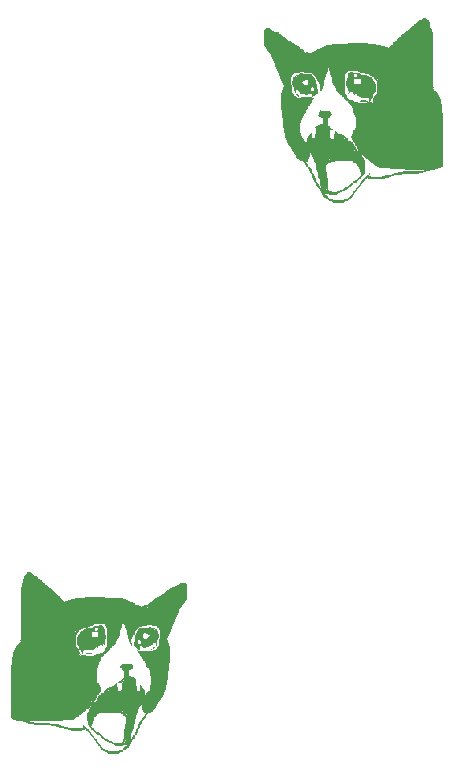
<source format=gbo>
G04*
G04 #@! TF.GenerationSoftware,Altium Limited,Altium Designer,20.1.11 (218)*
G04*
G04 Layer_Color=32896*
%FSAX24Y24*%
%MOIN*%
G70*
G04*
G04 #@! TF.SameCoordinates,00CC2090-7CFA-4186-AAFC-0D957EDE3CA2*
G04*
G04*
G04 #@! TF.FilePolarity,Positive*
G04*
G01*
G75*
G36*
X015273Y006358D02*
X015325D01*
Y006332D01*
X015351D01*
Y006305D01*
X015404D01*
Y006279D01*
X015430D01*
Y006253D01*
X015483D01*
Y006227D01*
X015509D01*
Y006200D01*
X015535D01*
Y006174D01*
X015561D01*
Y006148D01*
X015588D01*
Y006121D01*
X015640D01*
Y006095D01*
X015667D01*
Y006069D01*
X015693D01*
Y006043D01*
X015719D01*
Y006016D01*
X015745D01*
Y005990D01*
X015772D01*
Y005964D01*
X015824D01*
Y005938D01*
X015850D01*
Y005911D01*
X015877D01*
Y005885D01*
X015903D01*
Y005859D01*
X015955D01*
Y005833D01*
X015982D01*
Y005806D01*
X016008D01*
Y005780D01*
X016034D01*
Y005754D01*
X016060D01*
Y005727D01*
X016087D01*
Y005701D01*
X016113D01*
Y005675D01*
X016139D01*
Y005649D01*
X016166D01*
Y005622D01*
X016192D01*
Y005596D01*
X016244D01*
Y005570D01*
X016271D01*
Y005544D01*
Y005517D01*
X016297D01*
Y005491D01*
X016323D01*
Y005465D01*
X016349D01*
Y005439D01*
X016376D01*
Y005412D01*
X016428D01*
Y005439D01*
X016507D01*
Y005465D01*
X016638D01*
Y005491D01*
X016743D01*
Y005517D01*
X016822D01*
Y005544D01*
X017085D01*
Y005570D01*
X017741D01*
Y005544D01*
X018240D01*
Y005517D01*
X018346D01*
Y005491D01*
X018451D01*
Y005465D01*
X018529D01*
Y005439D01*
X018582D01*
Y005412D01*
X018661D01*
Y005386D01*
X018687D01*
Y005360D01*
X018740D01*
Y005333D01*
X018766D01*
Y005307D01*
X018845D01*
Y005281D01*
X018897D01*
Y005255D01*
X018950D01*
Y005228D01*
X018976D01*
Y005255D01*
X019055D01*
Y005281D01*
X019107D01*
Y005255D01*
X019133D01*
Y005281D01*
X019160D01*
Y005307D01*
X019186D01*
Y005333D01*
X019212D01*
Y005360D01*
X019239D01*
Y005386D01*
X019291D01*
Y005412D01*
X019317D01*
Y005439D01*
X019344D01*
Y005465D01*
X019396D01*
Y005491D01*
X019422D01*
Y005517D01*
X019475D01*
Y005544D01*
X019501D01*
Y005570D01*
X019554D01*
Y005596D01*
X019606D01*
Y005622D01*
X019659D01*
Y005649D01*
X019685D01*
Y005675D01*
X019711D01*
Y005701D01*
X019764D01*
Y005727D01*
X019790D01*
Y005754D01*
X019816D01*
Y005780D01*
X019843D01*
Y005806D01*
X019895D01*
Y005833D01*
X019921D01*
Y005859D01*
X019974D01*
Y005885D01*
X020000D01*
Y005911D01*
X020079D01*
Y005938D01*
X020158D01*
Y005964D01*
X020210D01*
Y005990D01*
X020263D01*
Y006016D01*
X020289D01*
Y006043D01*
X020368D01*
Y006016D01*
X020394D01*
Y006043D01*
X020420D01*
Y006016D01*
X020447D01*
Y005990D01*
X020473D01*
Y005964D01*
Y005938D01*
Y005911D01*
Y005885D01*
Y005859D01*
Y005833D01*
Y005806D01*
Y005780D01*
Y005754D01*
Y005727D01*
Y005701D01*
Y005675D01*
Y005649D01*
Y005622D01*
Y005596D01*
Y005570D01*
Y005544D01*
Y005517D01*
Y005491D01*
Y005465D01*
X020447D01*
Y005439D01*
X020420D01*
Y005412D01*
Y005386D01*
Y005360D01*
X020394D01*
Y005333D01*
X020368D01*
Y005307D01*
X020342D01*
Y005281D01*
X020315D01*
Y005255D01*
Y005228D01*
X020289D01*
Y005202D01*
X020263D01*
Y005176D01*
Y005150D01*
X020237D01*
Y005123D01*
Y005097D01*
X020210D01*
Y005071D01*
Y005045D01*
X020184D01*
Y005018D01*
Y004992D01*
Y004966D01*
X020158D01*
Y004940D01*
Y004913D01*
X020132D01*
Y004887D01*
Y004861D01*
Y004834D01*
X020105D01*
Y004808D01*
Y004782D01*
X020079D01*
Y004756D01*
Y004729D01*
X020053D01*
Y004703D01*
Y004677D01*
Y004651D01*
X020027D01*
Y004624D01*
Y004598D01*
X020000D01*
Y004572D01*
Y004546D01*
X019974D01*
Y004519D01*
Y004493D01*
X019948D01*
Y004467D01*
Y004440D01*
Y004414D01*
Y004388D01*
X019921D01*
Y004362D01*
Y004335D01*
X019895D01*
Y004309D01*
Y004283D01*
Y004257D01*
X019869D01*
Y004230D01*
X019843D01*
Y004204D01*
X019816D01*
Y004178D01*
Y004152D01*
Y004125D01*
X019843D01*
Y004099D01*
Y004073D01*
X019869D01*
Y004047D01*
Y004020D01*
X019895D01*
Y003994D01*
Y003968D01*
Y003941D01*
X019921D01*
Y003915D01*
Y003889D01*
Y003863D01*
Y003836D01*
Y003810D01*
Y003784D01*
Y003758D01*
Y003731D01*
Y003705D01*
Y003679D01*
Y003653D01*
Y003626D01*
Y003600D01*
Y003574D01*
Y003547D01*
Y003521D01*
Y003495D01*
Y003469D01*
Y003442D01*
Y003416D01*
Y003390D01*
Y003364D01*
X019895D01*
Y003337D01*
Y003311D01*
Y003285D01*
Y003259D01*
Y003232D01*
Y003206D01*
Y003180D01*
Y003153D01*
Y003127D01*
Y003101D01*
X019869D01*
Y003075D01*
Y003048D01*
Y003022D01*
Y002996D01*
X019843D01*
Y002970D01*
Y002943D01*
Y002917D01*
Y002891D01*
Y002865D01*
Y002838D01*
Y002812D01*
Y002786D01*
X019816D01*
Y002760D01*
Y002733D01*
Y002707D01*
Y002681D01*
Y002654D01*
Y002628D01*
X019790D01*
Y002602D01*
Y002576D01*
Y002549D01*
Y002523D01*
Y002497D01*
Y002471D01*
X019764D01*
Y002444D01*
Y002418D01*
Y002392D01*
X019738D01*
Y002366D01*
Y002339D01*
X019711D01*
Y002313D01*
Y002287D01*
X019685D01*
Y002260D01*
Y002234D01*
X019659D01*
Y002208D01*
X019633D01*
Y002182D01*
Y002155D01*
X019606D01*
Y002129D01*
X019580D01*
Y002103D01*
X019554D01*
Y002077D01*
Y002050D01*
X019527D01*
Y002024D01*
Y001998D01*
X019501D01*
Y001972D01*
Y001945D01*
X019475D01*
Y001919D01*
X019449D01*
Y001893D01*
Y001867D01*
X019422D01*
Y001840D01*
Y001814D01*
X019396D01*
Y001788D01*
X019370D01*
Y001761D01*
X019344D01*
Y001735D01*
X019291D01*
Y001709D01*
X019212D01*
Y001683D01*
X019186D01*
Y001656D01*
X019160D01*
Y001630D01*
X019133D01*
Y001604D01*
Y001578D01*
X019107D01*
Y001551D01*
Y001525D01*
X019081D01*
Y001499D01*
X019055D01*
Y001473D01*
X019028D01*
Y001446D01*
X019002D01*
Y001420D01*
Y001394D01*
X018976D01*
Y001367D01*
Y001341D01*
Y001315D01*
X018950D01*
Y001289D01*
X018923D01*
Y001262D01*
Y001236D01*
Y001210D01*
X018897D01*
Y001184D01*
Y001157D01*
X018871D01*
Y001131D01*
Y001105D01*
Y001079D01*
X018845D01*
Y001052D01*
Y001026D01*
X018818D01*
Y001000D01*
Y000974D01*
X018792D01*
Y000947D01*
X018766D01*
Y000921D01*
Y000895D01*
X018740D01*
Y000868D01*
Y000842D01*
X018713D01*
Y000816D01*
X018687D01*
Y000790D01*
X018661D01*
Y000763D01*
Y000737D01*
X018634D01*
Y000711D01*
X018608D01*
Y000685D01*
Y000658D01*
X018582D01*
Y000632D01*
Y000606D01*
X018556D01*
Y000580D01*
Y000553D01*
Y000527D01*
X018503D01*
Y000501D01*
X018451D01*
Y000474D01*
X018398D01*
Y000448D01*
X018372D01*
Y000422D01*
X018346D01*
Y000396D01*
X018267D01*
Y000369D01*
X018214D01*
Y000343D01*
X017847D01*
Y000369D01*
X017820D01*
Y000396D01*
X017741D01*
Y000422D01*
X017689D01*
Y000448D01*
X017636D01*
Y000474D01*
Y000501D01*
X017610D01*
Y000527D01*
X017584D01*
Y000553D01*
Y000580D01*
X017558D01*
Y000606D01*
X017531D01*
Y000632D01*
Y000658D01*
X017505D01*
Y000685D01*
X017479D01*
Y000711D01*
X017453D01*
Y000737D01*
Y000763D01*
X017426D01*
Y000790D01*
X017400D01*
Y000816D01*
X017374D01*
Y000842D01*
Y000868D01*
X017347D01*
Y000895D01*
X017321D01*
Y000921D01*
X017295D01*
Y000947D01*
X017269D01*
Y000974D01*
X017242D01*
Y001000D01*
Y001026D01*
X017216D01*
Y001052D01*
X017190D01*
Y001079D01*
Y001105D01*
X017137D01*
Y001131D01*
X017111D01*
Y001157D01*
X017085D01*
Y001131D01*
X016980D01*
Y001105D01*
X016638D01*
Y001131D01*
X016507D01*
Y001157D01*
X016402D01*
Y001184D01*
X016323D01*
Y001210D01*
X016218D01*
Y001236D01*
X016113D01*
Y001262D01*
X015955D01*
Y001289D01*
X015404D01*
Y001315D01*
X015273D01*
Y001341D01*
X015194D01*
Y001367D01*
X015115D01*
Y001394D01*
X015036D01*
Y001420D01*
X014879D01*
Y001446D01*
X014800D01*
Y001473D01*
X014695D01*
Y001499D01*
X014668D01*
Y001525D01*
X014616D01*
Y001551D01*
Y001578D01*
Y001604D01*
Y001630D01*
Y001656D01*
Y001683D01*
Y001709D01*
Y001735D01*
Y001761D01*
Y001788D01*
Y001814D01*
Y001840D01*
Y001867D01*
Y001893D01*
Y001919D01*
Y001945D01*
Y001972D01*
Y001998D01*
Y002024D01*
Y002050D01*
Y002077D01*
Y002103D01*
Y002129D01*
Y002155D01*
Y002182D01*
Y002208D01*
Y002234D01*
Y002260D01*
Y002287D01*
Y002313D01*
Y002339D01*
Y002366D01*
Y002392D01*
Y002418D01*
Y002444D01*
Y002471D01*
Y002497D01*
Y002523D01*
Y002549D01*
Y002576D01*
Y002602D01*
Y002628D01*
Y002654D01*
Y002681D01*
Y002707D01*
Y002733D01*
Y002760D01*
Y002786D01*
Y002812D01*
Y002838D01*
Y002865D01*
Y002891D01*
Y002917D01*
Y002943D01*
Y002970D01*
Y002996D01*
Y003022D01*
Y003048D01*
Y003075D01*
Y003101D01*
Y003127D01*
Y003153D01*
Y003180D01*
Y003206D01*
Y003232D01*
Y003259D01*
Y003285D01*
X014642D01*
Y003311D01*
Y003337D01*
Y003364D01*
Y003390D01*
Y003416D01*
Y003442D01*
Y003469D01*
X014668D01*
Y003495D01*
Y003521D01*
Y003547D01*
Y003574D01*
X014695D01*
Y003600D01*
Y003626D01*
Y003653D01*
Y003679D01*
Y003705D01*
Y003731D01*
X014721D01*
Y003758D01*
Y003784D01*
Y003810D01*
X014747D01*
Y003836D01*
Y003863D01*
X014773D01*
Y003889D01*
Y003915D01*
X014800D01*
Y003941D01*
X014826D01*
Y003968D01*
X014852D01*
Y003994D01*
X014905D01*
Y004020D01*
X014931D01*
Y004047D01*
X014957D01*
Y004073D01*
Y004099D01*
X014931D01*
Y004125D01*
X014957D01*
Y004152D01*
Y004178D01*
Y004204D01*
Y004230D01*
Y004257D01*
Y004283D01*
Y004309D01*
Y004335D01*
Y004362D01*
Y004388D01*
Y004414D01*
Y004440D01*
Y004467D01*
Y004493D01*
Y004519D01*
Y004546D01*
Y004572D01*
Y004598D01*
Y004624D01*
Y004651D01*
Y004677D01*
Y004703D01*
Y004729D01*
Y004756D01*
Y004782D01*
Y004808D01*
Y004834D01*
Y004861D01*
Y004887D01*
Y004913D01*
Y004940D01*
Y004966D01*
Y004992D01*
Y005018D01*
Y005045D01*
Y005071D01*
Y005097D01*
Y005123D01*
Y005150D01*
Y005176D01*
Y005202D01*
Y005228D01*
Y005255D01*
Y005281D01*
Y005307D01*
Y005333D01*
Y005360D01*
Y005386D01*
Y005412D01*
Y005439D01*
Y005465D01*
Y005491D01*
Y005517D01*
Y005544D01*
Y005570D01*
Y005596D01*
Y005622D01*
Y005649D01*
Y005675D01*
Y005701D01*
Y005727D01*
Y005754D01*
Y005780D01*
Y005806D01*
Y005833D01*
Y005859D01*
Y005885D01*
Y005911D01*
X014984D01*
Y005938D01*
Y005964D01*
Y005990D01*
Y006016D01*
X015010D01*
Y006043D01*
X015036D01*
Y006069D01*
Y006095D01*
Y006121D01*
Y006148D01*
Y006174D01*
X015062D01*
Y006200D01*
Y006227D01*
Y006253D01*
X015089D01*
Y006279D01*
Y006305D01*
X015115D01*
Y006332D01*
X015141D01*
Y006358D01*
X015167D01*
Y006384D01*
X015273D01*
Y006358D01*
D02*
G37*
G36*
X028468Y024835D02*
X028494D01*
Y024808D01*
X028521D01*
Y024782D01*
X028548D01*
Y024755D01*
Y024728D01*
X028575D01*
Y024701D01*
Y024675D01*
Y024648D01*
X028601D01*
Y024621D01*
Y024594D01*
Y024568D01*
Y024541D01*
Y024514D01*
X028628D01*
Y024487D01*
X028655D01*
Y024461D01*
Y024434D01*
Y024407D01*
Y024380D01*
X028682D01*
Y024353D01*
Y024327D01*
Y024300D01*
Y024273D01*
Y024246D01*
Y024220D01*
Y024193D01*
Y024166D01*
Y024139D01*
Y024113D01*
Y024086D01*
Y024059D01*
Y024032D01*
Y024006D01*
Y023979D01*
Y023952D01*
Y023925D01*
Y023899D01*
Y023872D01*
Y023845D01*
Y023818D01*
Y023792D01*
Y023765D01*
Y023738D01*
Y023711D01*
Y023684D01*
Y023658D01*
Y023631D01*
Y023604D01*
Y023577D01*
Y023551D01*
Y023524D01*
Y023497D01*
Y023470D01*
Y023444D01*
Y023417D01*
Y023390D01*
Y023363D01*
Y023337D01*
Y023310D01*
Y023283D01*
Y023256D01*
Y023230D01*
Y023203D01*
Y023176D01*
Y023149D01*
Y023123D01*
Y023096D01*
Y023069D01*
Y023042D01*
Y023015D01*
Y022989D01*
Y022962D01*
Y022935D01*
Y022908D01*
Y022882D01*
Y022855D01*
Y022828D01*
Y022801D01*
Y022775D01*
Y022748D01*
Y022721D01*
Y022694D01*
Y022668D01*
Y022641D01*
Y022614D01*
Y022587D01*
Y022561D01*
X028708D01*
Y022534D01*
X028682D01*
Y022507D01*
Y022480D01*
X028708D01*
Y022453D01*
X028735D01*
Y022427D01*
X028789D01*
Y022400D01*
X028815D01*
Y022373D01*
X028842D01*
Y022346D01*
X028869D01*
Y022320D01*
Y022293D01*
X028896D01*
Y022266D01*
Y022239D01*
X028923D01*
Y022213D01*
Y022186D01*
Y022159D01*
X028949D01*
Y022132D01*
Y022106D01*
Y022079D01*
Y022052D01*
Y022025D01*
Y021999D01*
X028976D01*
Y021972D01*
Y021945D01*
Y021918D01*
Y021892D01*
X029003D01*
Y021865D01*
Y021838D01*
Y021811D01*
Y021785D01*
Y021758D01*
Y021731D01*
Y021704D01*
X029030D01*
Y021677D01*
Y021651D01*
Y021624D01*
Y021597D01*
Y021570D01*
Y021544D01*
Y021517D01*
Y021490D01*
Y021463D01*
Y021437D01*
Y021410D01*
Y021383D01*
Y021356D01*
Y021330D01*
Y021303D01*
Y021276D01*
Y021249D01*
Y021223D01*
Y021196D01*
Y021169D01*
Y021142D01*
Y021115D01*
Y021089D01*
Y021062D01*
Y021035D01*
Y021008D01*
Y020982D01*
Y020955D01*
Y020928D01*
Y020901D01*
Y020875D01*
Y020848D01*
Y020821D01*
Y020794D01*
Y020768D01*
Y020741D01*
Y020714D01*
Y020687D01*
Y020661D01*
Y020634D01*
Y020607D01*
Y020580D01*
Y020554D01*
Y020527D01*
Y020500D01*
Y020473D01*
Y020446D01*
Y020420D01*
Y020393D01*
Y020366D01*
Y020339D01*
Y020313D01*
Y020286D01*
Y020259D01*
Y020232D01*
Y020206D01*
Y020179D01*
Y020152D01*
Y020125D01*
Y020099D01*
Y020072D01*
Y020045D01*
Y020018D01*
Y019992D01*
Y019965D01*
Y019938D01*
Y019911D01*
X028976D01*
Y019885D01*
X028949D01*
Y019858D01*
X028842D01*
Y019831D01*
X028762D01*
Y019804D01*
X028601D01*
Y019777D01*
X028521D01*
Y019751D01*
X028441D01*
Y019724D01*
X028361D01*
Y019697D01*
X028227D01*
Y019670D01*
X027665D01*
Y019644D01*
X027504D01*
Y019617D01*
X027397D01*
Y019590D01*
X027290D01*
Y019563D01*
X027210D01*
Y019537D01*
X027103D01*
Y019510D01*
X026969D01*
Y019483D01*
X026621D01*
Y019510D01*
X026514D01*
Y019537D01*
X026487D01*
Y019510D01*
X026461D01*
Y019483D01*
X026407D01*
Y019456D01*
Y019430D01*
X026380D01*
Y019403D01*
X026354D01*
Y019376D01*
Y019349D01*
X026327D01*
Y019323D01*
X026300D01*
Y019296D01*
X026273D01*
Y019269D01*
X026246D01*
Y019242D01*
X026220D01*
Y019216D01*
Y019189D01*
X026193D01*
Y019162D01*
X026166D01*
Y019135D01*
X026139D01*
Y019108D01*
Y019082D01*
X026113D01*
Y019055D01*
X026086D01*
Y019028D01*
X026059D01*
Y019001D01*
Y018975D01*
X026032D01*
Y018948D01*
X026006D01*
Y018921D01*
Y018894D01*
X025979D01*
Y018868D01*
X025952D01*
Y018841D01*
Y018814D01*
X025899D01*
Y018787D01*
X025845D01*
Y018761D01*
X025765D01*
Y018734D01*
X025738D01*
Y018707D01*
X025363D01*
Y018734D01*
X025310D01*
Y018761D01*
X025230D01*
Y018787D01*
X025203D01*
Y018814D01*
X025176D01*
Y018841D01*
X025123D01*
Y018868D01*
X025069D01*
Y018894D01*
X025015D01*
Y018921D01*
Y018948D01*
Y018975D01*
X024989D01*
Y019001D01*
Y019028D01*
X024962D01*
Y019055D01*
Y019082D01*
X024935D01*
Y019108D01*
X024908D01*
Y019135D01*
Y019162D01*
X024882D01*
Y019189D01*
X024855D01*
Y019216D01*
X024828D01*
Y019242D01*
Y019269D01*
X024801D01*
Y019296D01*
Y019323D01*
X024775D01*
Y019349D01*
X024748D01*
Y019376D01*
Y019403D01*
X024721D01*
Y019430D01*
Y019456D01*
X024694D01*
Y019483D01*
Y019510D01*
Y019537D01*
X024668D01*
Y019563D01*
Y019590D01*
X024641D01*
Y019617D01*
Y019644D01*
Y019670D01*
X024614D01*
Y019697D01*
X024587D01*
Y019724D01*
Y019751D01*
Y019777D01*
X024561D01*
Y019804D01*
Y019831D01*
X024534D01*
Y019858D01*
X024507D01*
Y019885D01*
X024480D01*
Y019911D01*
X024454D01*
Y019938D01*
Y019965D01*
X024427D01*
Y019992D01*
Y020018D01*
X024400D01*
Y020045D01*
X024373D01*
Y020072D01*
X024346D01*
Y020099D01*
X024266D01*
Y020125D01*
X024213D01*
Y020152D01*
X024186D01*
Y020179D01*
X024159D01*
Y020206D01*
X024132D01*
Y020232D01*
Y020259D01*
X024106D01*
Y020286D01*
Y020313D01*
X024079D01*
Y020339D01*
X024052D01*
Y020366D01*
Y020393D01*
X024025D01*
Y020420D01*
Y020446D01*
X023999D01*
Y020473D01*
Y020500D01*
X023972D01*
Y020527D01*
X023945D01*
Y020554D01*
X023918D01*
Y020580D01*
Y020607D01*
X023892D01*
Y020634D01*
X023865D01*
Y020661D01*
Y020687D01*
X023838D01*
Y020714D01*
Y020741D01*
X023811D01*
Y020768D01*
Y020794D01*
X023785D01*
Y020821D01*
Y020848D01*
Y020875D01*
X023758D01*
Y020901D01*
Y020928D01*
Y020955D01*
Y020982D01*
Y021008D01*
Y021035D01*
X023731D01*
Y021062D01*
Y021089D01*
Y021115D01*
Y021142D01*
Y021169D01*
Y021196D01*
X023704D01*
Y021223D01*
Y021249D01*
Y021276D01*
Y021303D01*
Y021330D01*
Y021356D01*
Y021383D01*
Y021410D01*
X023677D01*
Y021437D01*
Y021463D01*
Y021490D01*
Y021517D01*
X023651D01*
Y021544D01*
Y021570D01*
Y021597D01*
Y021624D01*
Y021651D01*
Y021677D01*
Y021704D01*
Y021731D01*
Y021758D01*
Y021785D01*
X023624D01*
Y021811D01*
Y021838D01*
Y021865D01*
Y021892D01*
Y021918D01*
Y021945D01*
Y021972D01*
Y021999D01*
Y022025D01*
Y022052D01*
Y022079D01*
Y022106D01*
Y022132D01*
Y022159D01*
Y022186D01*
Y022213D01*
Y022239D01*
Y022266D01*
Y022293D01*
Y022320D01*
Y022346D01*
Y022373D01*
X023651D01*
Y022400D01*
Y022427D01*
Y022453D01*
X023677D01*
Y022480D01*
Y022507D01*
X023704D01*
Y022534D01*
Y022561D01*
X023731D01*
Y022587D01*
Y022614D01*
Y022641D01*
X023704D01*
Y022668D01*
X023677D01*
Y022694D01*
X023651D01*
Y022721D01*
Y022748D01*
Y022775D01*
X023624D01*
Y022801D01*
Y022828D01*
X023597D01*
Y022855D01*
Y022882D01*
Y022908D01*
Y022935D01*
X023570D01*
Y022962D01*
Y022989D01*
X023544D01*
Y023015D01*
Y023042D01*
X023517D01*
Y023069D01*
Y023096D01*
X023490D01*
Y023123D01*
Y023149D01*
Y023176D01*
X023463D01*
Y023203D01*
Y023230D01*
X023437D01*
Y023256D01*
Y023283D01*
X023410D01*
Y023310D01*
Y023337D01*
Y023363D01*
X023383D01*
Y023390D01*
Y023417D01*
X023356D01*
Y023444D01*
Y023470D01*
Y023497D01*
X023330D01*
Y023524D01*
Y023551D01*
X023303D01*
Y023577D01*
Y023604D01*
X023276D01*
Y023631D01*
Y023658D01*
X023249D01*
Y023684D01*
X023223D01*
Y023711D01*
Y023738D01*
X023196D01*
Y023765D01*
X023169D01*
Y023792D01*
X023142D01*
Y023818D01*
X023116D01*
Y023845D01*
Y023872D01*
Y023899D01*
X023089D01*
Y023925D01*
X023062D01*
Y023952D01*
Y023979D01*
Y024006D01*
Y024032D01*
Y024059D01*
Y024086D01*
Y024113D01*
Y024139D01*
Y024166D01*
Y024193D01*
Y024220D01*
Y024246D01*
Y024273D01*
Y024300D01*
Y024327D01*
Y024353D01*
Y024380D01*
Y024407D01*
Y024434D01*
Y024461D01*
X023089D01*
Y024487D01*
X023116D01*
Y024514D01*
X023142D01*
Y024487D01*
X023169D01*
Y024514D01*
X023249D01*
Y024487D01*
X023276D01*
Y024461D01*
X023330D01*
Y024434D01*
X023383D01*
Y024407D01*
X023463D01*
Y024380D01*
X023544D01*
Y024353D01*
X023570D01*
Y024327D01*
X023624D01*
Y024300D01*
X023651D01*
Y024273D01*
X023704D01*
Y024246D01*
X023731D01*
Y024220D01*
X023758D01*
Y024193D01*
X023785D01*
Y024166D01*
X023838D01*
Y024139D01*
X023865D01*
Y024113D01*
X023892D01*
Y024086D01*
X023945D01*
Y024059D01*
X023999D01*
Y024032D01*
X024052D01*
Y024006D01*
X024079D01*
Y023979D01*
X024132D01*
Y023952D01*
X024159D01*
Y023925D01*
X024213D01*
Y023899D01*
X024239D01*
Y023872D01*
X024266D01*
Y023845D01*
X024320D01*
Y023818D01*
X024346D01*
Y023792D01*
X024373D01*
Y023765D01*
X024400D01*
Y023738D01*
X024427D01*
Y023711D01*
X024454D01*
Y023738D01*
X024507D01*
Y023711D01*
X024587D01*
Y023684D01*
X024614D01*
Y023711D01*
X024668D01*
Y023738D01*
X024721D01*
Y023765D01*
X024801D01*
Y023792D01*
X024828D01*
Y023818D01*
X024882D01*
Y023845D01*
X024908D01*
Y023872D01*
X024989D01*
Y023899D01*
X025042D01*
Y023925D01*
X025123D01*
Y023952D01*
X025230D01*
Y023979D01*
X025337D01*
Y024006D01*
X025845D01*
Y024032D01*
X026514D01*
Y024006D01*
X026782D01*
Y023979D01*
X026862D01*
Y023952D01*
X026969D01*
Y023925D01*
X027103D01*
Y023899D01*
X027183D01*
Y023872D01*
X027237D01*
Y023899D01*
X027263D01*
Y023925D01*
X027290D01*
Y023952D01*
X027317D01*
Y023979D01*
X027344D01*
Y024006D01*
Y024032D01*
X027370D01*
Y024059D01*
X027424D01*
Y024086D01*
X027451D01*
Y024113D01*
X027477D01*
Y024139D01*
X027504D01*
Y024166D01*
X027531D01*
Y024193D01*
X027558D01*
Y024220D01*
X027585D01*
Y024246D01*
X027611D01*
Y024273D01*
X027638D01*
Y024300D01*
X027665D01*
Y024327D01*
X027718D01*
Y024353D01*
X027745D01*
Y024380D01*
X027772D01*
Y024407D01*
X027799D01*
Y024434D01*
X027852D01*
Y024461D01*
X027879D01*
Y024487D01*
X027906D01*
Y024514D01*
X027932D01*
Y024541D01*
X027959D01*
Y024568D01*
X027986D01*
Y024594D01*
X028039D01*
Y024621D01*
X028066D01*
Y024648D01*
X028093D01*
Y024675D01*
X028120D01*
Y024701D01*
X028146D01*
Y024728D01*
X028200D01*
Y024755D01*
X028227D01*
Y024782D01*
X028280D01*
Y024808D01*
X028307D01*
Y024835D01*
X028361D01*
Y024862D01*
X028468D01*
Y024835D01*
D02*
G37*
%LPC*%
G36*
X016034Y005649D02*
X016008D01*
Y005622D01*
X016034D01*
Y005649D01*
D02*
G37*
G36*
X019186Y005228D02*
X019160D01*
Y005202D01*
X019186D01*
Y005228D01*
D02*
G37*
G36*
X016796Y004414D02*
X016770D01*
Y004388D01*
X016796D01*
Y004414D01*
D02*
G37*
G36*
X016770Y004388D02*
X016743D01*
Y004362D01*
X016770D01*
Y004388D01*
D02*
G37*
G36*
X018372Y004756D02*
X018346D01*
Y004729D01*
Y004703D01*
Y004677D01*
Y004651D01*
X018319D01*
Y004624D01*
Y004598D01*
Y004572D01*
Y004546D01*
Y004519D01*
X018293D01*
Y004493D01*
Y004467D01*
X018267D01*
Y004440D01*
Y004414D01*
Y004388D01*
Y004362D01*
Y004335D01*
Y004309D01*
X018240D01*
Y004283D01*
Y004257D01*
X018214D01*
Y004230D01*
Y004204D01*
X018188D01*
Y004178D01*
Y004152D01*
X018162D01*
Y004125D01*
Y004099D01*
X018135D01*
Y004073D01*
Y004047D01*
Y004020D01*
X018109D01*
Y003994D01*
X018083D01*
Y003968D01*
X018057D01*
Y003941D01*
X018030D01*
Y003915D01*
X018004D01*
Y003889D01*
X017978D01*
Y003863D01*
X017925D01*
Y003836D01*
Y003810D01*
X017873D01*
Y003784D01*
Y003758D01*
X017847D01*
Y003731D01*
X017820D01*
Y003705D01*
X017794D01*
Y003679D01*
X017741D01*
Y003653D01*
X017715D01*
Y003626D01*
Y003600D01*
X017689D01*
Y003574D01*
X017663D01*
Y003547D01*
X017636D01*
Y003521D01*
Y003495D01*
X017610D01*
Y003469D01*
Y003442D01*
X017584D01*
Y003416D01*
Y003390D01*
X017558D01*
Y003364D01*
Y003337D01*
Y003311D01*
Y003285D01*
X017531D01*
Y003259D01*
Y003232D01*
Y003206D01*
X017505D01*
Y003180D01*
Y003153D01*
X017479D01*
Y003127D01*
Y003101D01*
Y003075D01*
Y003048D01*
Y003022D01*
Y002996D01*
Y002970D01*
Y002943D01*
Y002917D01*
Y002891D01*
Y002865D01*
Y002838D01*
Y002812D01*
Y002786D01*
X017505D01*
Y002760D01*
Y002733D01*
Y002707D01*
X017558D01*
Y002681D01*
Y002654D01*
Y002628D01*
X017584D01*
Y002602D01*
Y002576D01*
X017610D01*
Y002549D01*
Y002523D01*
X017636D01*
Y002497D01*
Y002471D01*
Y002444D01*
X017610D01*
Y002418D01*
Y002392D01*
X017584D01*
Y002366D01*
X017558D01*
Y002339D01*
Y002313D01*
X017531D01*
Y002287D01*
X017505D01*
Y002260D01*
Y002234D01*
Y002208D01*
X017531D01*
Y002234D01*
Y002260D01*
X017558D01*
Y002287D01*
X017584D01*
Y002313D01*
X017610D01*
Y002339D01*
X017636D01*
Y002366D01*
X017715D01*
Y002392D01*
Y002418D01*
X017741D01*
Y002444D01*
X017768D01*
Y002471D01*
X017794D01*
Y002497D01*
X017820D01*
Y002523D01*
X017873D01*
Y002549D01*
X017925D01*
Y002576D01*
X017978D01*
Y002602D01*
X018057D01*
Y002628D01*
X018083D01*
Y002654D01*
X018135D01*
Y002681D01*
X018162D01*
Y002654D01*
Y002628D01*
Y002602D01*
Y002576D01*
X018188D01*
Y002549D01*
Y002523D01*
Y002497D01*
Y002471D01*
Y002444D01*
Y002418D01*
X018293D01*
Y002444D01*
Y002471D01*
X018319D01*
Y002497D01*
Y002523D01*
Y002549D01*
Y002576D01*
Y002602D01*
Y002628D01*
Y002654D01*
Y002681D01*
Y002707D01*
X018188D01*
Y002733D01*
X018214D01*
Y002760D01*
X018293D01*
Y002786D01*
X018319D01*
Y002812D01*
Y002838D01*
X018372D01*
Y002865D01*
X018398D01*
Y002891D01*
Y002917D01*
Y002943D01*
Y002970D01*
Y002996D01*
Y003022D01*
Y003048D01*
Y003075D01*
Y003101D01*
X018346D01*
Y003127D01*
X018319D01*
Y003153D01*
Y003180D01*
X018293D01*
Y003206D01*
X018267D01*
Y003232D01*
Y003259D01*
X018293D01*
Y003285D01*
Y003311D01*
X018319D01*
Y003337D01*
X018608D01*
Y003364D01*
X018634D01*
Y003337D01*
X018661D01*
Y003311D01*
X018687D01*
Y003285D01*
Y003259D01*
Y003232D01*
Y003206D01*
X018713D01*
Y003180D01*
X018687D01*
Y003153D01*
X018608D01*
Y003127D01*
X018556D01*
Y003101D01*
Y003075D01*
Y003048D01*
Y003022D01*
Y002996D01*
Y002970D01*
Y002943D01*
Y002917D01*
X018634D01*
Y002891D01*
X018713D01*
Y002865D01*
X018740D01*
Y002838D01*
X018792D01*
Y002812D01*
X018818D01*
Y002786D01*
X018792D01*
Y002760D01*
Y002733D01*
Y002707D01*
Y002681D01*
Y002654D01*
Y002628D01*
Y002602D01*
X018818D01*
Y002576D01*
Y002549D01*
Y002523D01*
Y002497D01*
Y002471D01*
Y002444D01*
X018923D01*
Y002471D01*
Y002497D01*
Y002523D01*
Y002549D01*
Y002576D01*
Y002602D01*
Y002628D01*
X018950D01*
Y002602D01*
X018976D01*
Y002576D01*
Y002549D01*
X019002D01*
Y002523D01*
X019028D01*
Y002497D01*
X019055D01*
Y002471D01*
X019081D01*
Y002444D01*
Y002418D01*
Y002392D01*
Y002366D01*
Y002339D01*
Y002313D01*
X019107D01*
Y002339D01*
X019133D01*
Y002366D01*
X019160D01*
Y002392D01*
X019186D01*
Y002418D01*
X019212D01*
Y002444D01*
X019239D01*
Y002471D01*
Y002497D01*
Y002523D01*
X019265D01*
Y002549D01*
Y002576D01*
Y002602D01*
Y002628D01*
X019291D01*
Y002654D01*
Y002681D01*
Y002707D01*
Y002733D01*
Y002760D01*
Y002786D01*
Y002812D01*
Y002838D01*
Y002865D01*
Y002891D01*
Y002917D01*
Y002943D01*
X019265D01*
Y002970D01*
Y002996D01*
Y003022D01*
Y003048D01*
X019239D01*
Y003075D01*
Y003101D01*
Y003127D01*
X019212D01*
Y003153D01*
Y003180D01*
X019186D01*
Y003206D01*
X019160D01*
Y003232D01*
X019133D01*
Y003259D01*
Y003285D01*
X019107D01*
Y003311D01*
Y003337D01*
Y003364D01*
X019081D01*
Y003390D01*
Y003416D01*
X019055D01*
Y003442D01*
X019028D01*
Y003469D01*
Y003495D01*
X019002D01*
Y003521D01*
X018976D01*
Y003547D01*
Y003574D01*
X018950D01*
Y003600D01*
X018923D01*
Y003626D01*
Y003653D01*
Y003679D01*
X018897D01*
Y003705D01*
X018871D01*
Y003731D01*
X018845D01*
Y003758D01*
X018818D01*
Y003784D01*
X018871D01*
Y003758D01*
X019344D01*
Y003784D01*
X019396D01*
Y003810D01*
X019449D01*
Y003836D01*
X019501D01*
Y003863D01*
Y003889D01*
X019527D01*
Y003915D01*
Y003941D01*
X019554D01*
Y003968D01*
Y003994D01*
Y004020D01*
Y004047D01*
Y004073D01*
Y004099D01*
Y004125D01*
Y004152D01*
Y004178D01*
X019580D01*
Y004204D01*
Y004230D01*
Y004257D01*
Y004283D01*
Y004309D01*
Y004335D01*
Y004362D01*
Y004388D01*
Y004414D01*
Y004440D01*
Y004467D01*
X019554D01*
Y004493D01*
Y004519D01*
X019527D01*
Y004546D01*
X019501D01*
Y004572D01*
X019475D01*
Y004598D01*
X019317D01*
Y004624D01*
X019160D01*
Y004598D01*
X018976D01*
Y004572D01*
X018897D01*
Y004546D01*
X018871D01*
Y004519D01*
X018845D01*
Y004493D01*
X018818D01*
Y004467D01*
X018792D01*
Y004440D01*
X018766D01*
Y004414D01*
Y004388D01*
X018740D01*
Y004362D01*
Y004335D01*
Y004309D01*
X018713D01*
Y004283D01*
X018687D01*
Y004257D01*
Y004230D01*
X018661D01*
Y004204D01*
Y004178D01*
X018634D01*
Y004152D01*
Y004125D01*
Y004099D01*
Y004073D01*
Y004047D01*
Y004020D01*
X018661D01*
Y003994D01*
Y003968D01*
Y003941D01*
X018634D01*
Y003968D01*
Y003994D01*
X018582D01*
Y004020D01*
Y004047D01*
Y004073D01*
X018556D01*
Y004099D01*
Y004125D01*
Y004152D01*
X018529D01*
Y004178D01*
Y004204D01*
Y004230D01*
Y004257D01*
Y004283D01*
Y004309D01*
X018503D01*
Y004335D01*
Y004362D01*
X018477D01*
Y004388D01*
Y004414D01*
Y004440D01*
Y004467D01*
X018451D01*
Y004493D01*
Y004519D01*
Y004546D01*
X018424D01*
Y004572D01*
Y004598D01*
Y004624D01*
X018398D01*
Y004651D01*
Y004677D01*
X018372D01*
Y004703D01*
Y004729D01*
Y004756D01*
D02*
G37*
G36*
X017741Y004651D02*
X017400D01*
Y004624D01*
X017347D01*
Y004598D01*
X017269D01*
Y004572D01*
X017190D01*
Y004546D01*
X017059D01*
Y004519D01*
X017006D01*
Y004493D01*
X016953D01*
Y004467D01*
X016901D01*
Y004440D01*
X016875D01*
Y004414D01*
Y004388D01*
X016848D01*
Y004362D01*
X016822D01*
Y004335D01*
Y004309D01*
X016796D01*
Y004283D01*
Y004257D01*
Y004230D01*
Y004204D01*
Y004178D01*
Y004152D01*
Y004125D01*
Y004099D01*
Y004073D01*
Y004047D01*
Y004020D01*
Y003994D01*
Y003968D01*
Y003941D01*
Y003915D01*
Y003889D01*
X016822D01*
Y003863D01*
X016848D01*
Y003836D01*
X016875D01*
Y003810D01*
Y003784D01*
Y003758D01*
X016901D01*
Y003731D01*
X016927D01*
Y003705D01*
Y003679D01*
Y003653D01*
X016953D01*
Y003626D01*
X017111D01*
Y003600D01*
X017400D01*
Y003626D01*
X017453D01*
Y003653D01*
X017531D01*
Y003679D01*
X017584D01*
Y003705D01*
X017689D01*
Y003731D01*
X017715D01*
Y003758D01*
X017741D01*
Y003784D01*
X017768D01*
Y003810D01*
Y003836D01*
Y003863D01*
X017794D01*
Y003889D01*
X017820D01*
Y003915D01*
Y003941D01*
Y003968D01*
Y003994D01*
Y004020D01*
Y004047D01*
Y004073D01*
Y004099D01*
Y004125D01*
Y004152D01*
Y004178D01*
Y004204D01*
Y004230D01*
Y004257D01*
Y004283D01*
Y004309D01*
Y004335D01*
Y004362D01*
Y004388D01*
Y004414D01*
Y004440D01*
Y004467D01*
Y004493D01*
Y004519D01*
Y004546D01*
X017794D01*
Y004572D01*
Y004598D01*
X017768D01*
Y004624D01*
X017741D01*
Y004651D01*
D02*
G37*
G36*
X016927Y003653D02*
X016901D01*
Y003626D01*
X016927D01*
Y003600D01*
X016953D01*
Y003626D01*
X016927D01*
Y003653D01*
D02*
G37*
G36*
X018398Y002786D02*
X018372D01*
Y002760D01*
X018398D01*
Y002786D01*
D02*
G37*
G36*
X018346Y002733D02*
X018319D01*
Y002707D01*
X018346D01*
Y002733D01*
D02*
G37*
G36*
X017873Y002471D02*
X017847D01*
Y002444D01*
X017873D01*
Y002471D01*
D02*
G37*
G36*
X017847Y002444D02*
X017820D01*
Y002418D01*
X017847D01*
Y002444D01*
D02*
G37*
G36*
X017321Y002103D02*
X017295D01*
Y002077D01*
X017321D01*
Y002103D01*
D02*
G37*
G36*
X017531Y002077D02*
X017505D01*
Y002050D01*
X017531D01*
Y002077D01*
D02*
G37*
G36*
X017505Y002208D02*
X017479D01*
Y002182D01*
X017453D01*
Y002155D01*
Y002129D01*
X017426D01*
Y002103D01*
X017400D01*
Y002077D01*
Y002050D01*
X017426D01*
Y002077D01*
X017453D01*
Y002103D01*
X017479D01*
Y002129D01*
Y002155D01*
X017505D01*
Y002182D01*
Y002208D01*
D02*
G37*
G36*
Y002050D02*
X017479D01*
Y002024D01*
X017505D01*
Y002050D01*
D02*
G37*
G36*
X017400D02*
X017374D01*
Y002024D01*
X017400D01*
Y002050D01*
D02*
G37*
G36*
X017321Y001945D02*
X017295D01*
Y001919D01*
X017321D01*
Y001945D01*
D02*
G37*
G36*
X017295Y001919D02*
X017269D01*
Y001893D01*
X017295D01*
Y001919D01*
D02*
G37*
G36*
X018346Y001761D02*
X018319D01*
Y001735D01*
X018346D01*
Y001761D01*
D02*
G37*
G36*
X018477Y001656D02*
X018451D01*
Y001630D01*
X018477D01*
Y001656D01*
D02*
G37*
G36*
X018976Y001972D02*
X018950D01*
Y001945D01*
Y001919D01*
X018923D01*
Y001893D01*
X018897D01*
Y001867D01*
Y001840D01*
X018871D01*
Y001814D01*
Y001788D01*
Y001761D01*
X018845D01*
Y001735D01*
Y001709D01*
Y001683D01*
X018818D01*
Y001656D01*
Y001630D01*
X018792D01*
Y001604D01*
Y001578D01*
Y001551D01*
Y001525D01*
Y001499D01*
X018766D01*
Y001473D01*
Y001446D01*
Y001420D01*
X018740D01*
Y001394D01*
Y001367D01*
Y001341D01*
X018713D01*
Y001315D01*
Y001289D01*
Y001262D01*
Y001236D01*
Y001210D01*
Y001184D01*
Y001157D01*
X018687D01*
Y001131D01*
Y001105D01*
X018661D01*
Y001079D01*
Y001052D01*
Y001026D01*
X018634D01*
Y001000D01*
Y000974D01*
Y000947D01*
Y000921D01*
Y000895D01*
X018608D01*
Y000868D01*
Y000842D01*
Y000816D01*
X018634D01*
Y000842D01*
X018661D01*
Y000868D01*
Y000895D01*
X018687D01*
Y000921D01*
Y000947D01*
X018713D01*
Y000974D01*
X018740D01*
Y001000D01*
Y001026D01*
X018766D01*
Y001052D01*
Y001079D01*
X018792D01*
Y001105D01*
Y001131D01*
Y001157D01*
X018818D01*
Y001184D01*
Y001210D01*
X018845D01*
Y001236D01*
Y001262D01*
Y001289D01*
X018871D01*
Y001315D01*
X018897D01*
Y001341D01*
Y001367D01*
Y001394D01*
X018923D01*
Y001420D01*
Y001446D01*
X018950D01*
Y001473D01*
X018976D01*
Y001499D01*
X019002D01*
Y001525D01*
X019028D01*
Y001551D01*
X019055D01*
Y001578D01*
Y001604D01*
X019081D01*
Y001630D01*
Y001656D01*
X019107D01*
Y001683D01*
X019055D01*
Y001709D01*
Y001735D01*
X019028D01*
Y001761D01*
Y001788D01*
X019002D01*
Y001814D01*
Y001840D01*
X018976D01*
Y001867D01*
Y001893D01*
Y001919D01*
Y001945D01*
Y001972D01*
D02*
G37*
G36*
X018451Y000790D02*
X018424D01*
Y000763D01*
X018451D01*
Y000790D01*
D02*
G37*
G36*
X018424Y000737D02*
X018398D01*
Y000711D01*
X018424D01*
Y000737D01*
D02*
G37*
G36*
X018162Y001709D02*
X017584D01*
Y001683D01*
X017558D01*
Y001656D01*
X017505D01*
Y001630D01*
X017479D01*
Y001604D01*
X017453D01*
Y001578D01*
X017426D01*
Y001551D01*
X017400D01*
Y001525D01*
Y001499D01*
X017374D01*
Y001473D01*
Y001446D01*
X017347D01*
Y001420D01*
Y001394D01*
Y001367D01*
Y001341D01*
X017321D01*
Y001315D01*
Y001289D01*
Y001262D01*
X017295D01*
Y001236D01*
X017321D01*
Y001210D01*
X017347D01*
Y001184D01*
X017374D01*
Y001157D01*
X017400D01*
Y001131D01*
X017426D01*
Y001105D01*
X017453D01*
Y001079D01*
X017505D01*
Y001052D01*
X017558D01*
Y001026D01*
X017584D01*
Y001000D01*
X017610D01*
Y000974D01*
X017636D01*
Y000947D01*
X017663D01*
Y000921D01*
X017689D01*
Y000895D01*
X017715D01*
Y000868D01*
X017768D01*
Y000842D01*
X017820D01*
Y000816D01*
X017847D01*
Y000790D01*
X017899D01*
Y000763D01*
X017978D01*
Y000737D01*
X018030D01*
Y000711D01*
X018083D01*
Y000685D01*
X018267D01*
Y000711D01*
X018319D01*
Y000737D01*
X018346D01*
Y000763D01*
X018372D01*
Y000790D01*
Y000816D01*
X018398D01*
Y000842D01*
Y000868D01*
Y000895D01*
Y000921D01*
Y000947D01*
Y000974D01*
Y001000D01*
Y001026D01*
Y001052D01*
Y001079D01*
Y001105D01*
Y001131D01*
Y001157D01*
X018424D01*
Y001184D01*
Y001210D01*
Y001236D01*
Y001262D01*
Y001289D01*
Y001315D01*
Y001341D01*
X018451D01*
Y001367D01*
Y001394D01*
Y001420D01*
Y001446D01*
Y001473D01*
Y001499D01*
Y001525D01*
Y001551D01*
Y001578D01*
X018424D01*
Y001604D01*
X018372D01*
Y001630D01*
X018346D01*
Y001656D01*
X018293D01*
Y001683D01*
X018162D01*
Y001709D01*
D02*
G37*
G36*
X017269Y001893D02*
X017242D01*
Y001867D01*
X017216D01*
Y001840D01*
X017164D01*
Y001814D01*
X017137D01*
Y001788D01*
X017111D01*
Y001761D01*
X017085D01*
Y001735D01*
X017032D01*
Y001709D01*
X017006D01*
Y001683D01*
X016980D01*
Y001656D01*
X016953D01*
Y001630D01*
X016901D01*
Y001604D01*
X016875D01*
Y001578D01*
X016848D01*
Y001551D01*
X016796D01*
Y001525D01*
X016743D01*
Y001499D01*
X016717D01*
Y001473D01*
X016349D01*
Y001446D01*
X015877D01*
Y001420D01*
X015246D01*
Y001394D01*
X015378D01*
Y001367D01*
X015929D01*
Y001341D01*
X016087D01*
Y001315D01*
X016218D01*
Y001289D01*
X016297D01*
Y001262D01*
X016402D01*
Y001236D01*
X016507D01*
Y001210D01*
X016612D01*
Y001184D01*
X016980D01*
Y001210D01*
X017032D01*
Y001236D01*
X017006D01*
Y001262D01*
Y001289D01*
Y001315D01*
X017032D01*
Y001289D01*
X017059D01*
Y001262D01*
X017085D01*
Y001236D01*
X017111D01*
Y001210D01*
X017137D01*
Y001184D01*
X017164D01*
Y001157D01*
X017216D01*
Y001131D01*
Y001105D01*
X017242D01*
Y001079D01*
X017269D01*
Y001052D01*
X017295D01*
Y001026D01*
Y001000D01*
X017321D01*
Y000974D01*
X017347D01*
Y000947D01*
Y000921D01*
X017374D01*
Y000895D01*
X017400D01*
Y000868D01*
X017426D01*
Y000842D01*
X017453D01*
Y000816D01*
X017479D01*
Y000790D01*
Y000763D01*
X017505D01*
Y000737D01*
X017531D01*
Y000711D01*
X017558D01*
Y000685D01*
Y000658D01*
X017584D01*
Y000632D01*
X017610D01*
Y000606D01*
X017636D01*
Y000580D01*
Y000553D01*
X017663D01*
Y000527D01*
X017689D01*
Y000501D01*
X017741D01*
Y000474D01*
X017794D01*
Y000448D01*
X017847D01*
Y000422D01*
X018214D01*
Y000448D01*
X018293D01*
Y000474D01*
X018346D01*
Y000501D01*
X018372D01*
Y000527D01*
X018398D01*
Y000553D01*
X018424D01*
Y000580D01*
X018477D01*
Y000606D01*
Y000632D01*
X018346D01*
Y000606D01*
X018083D01*
Y000632D01*
X018057D01*
Y000658D01*
X018004D01*
Y000685D01*
X017925D01*
Y000711D01*
X017873D01*
Y000737D01*
X017820D01*
Y000763D01*
X017768D01*
Y000790D01*
X017715D01*
Y000816D01*
X017689D01*
Y000842D01*
X017663D01*
Y000868D01*
X017636D01*
Y000895D01*
X017610D01*
Y000921D01*
X017584D01*
Y000947D01*
X017558D01*
Y000974D01*
X017505D01*
Y001000D01*
X017453D01*
Y001026D01*
X017426D01*
Y001052D01*
X017400D01*
Y001079D01*
X017374D01*
Y001105D01*
X017347D01*
Y001131D01*
X017295D01*
Y001157D01*
Y001184D01*
X017269D01*
Y001210D01*
X017242D01*
Y001236D01*
X017216D01*
Y001262D01*
Y001289D01*
X017190D01*
Y001315D01*
Y001341D01*
Y001367D01*
Y001394D01*
Y001420D01*
X017164D01*
Y001446D01*
Y001473D01*
Y001499D01*
Y001525D01*
Y001551D01*
Y001578D01*
Y001604D01*
Y001630D01*
Y001656D01*
Y001683D01*
X017190D01*
Y001709D01*
Y001735D01*
X017216D01*
Y001761D01*
Y001788D01*
Y001814D01*
X017242D01*
Y001840D01*
X017269D01*
Y001867D01*
Y001893D01*
D02*
G37*
%LPD*%
G36*
X019291Y004546D02*
X019344D01*
Y004519D01*
X019422D01*
Y004493D01*
X019475D01*
Y004467D01*
X019501D01*
Y004440D01*
X019527D01*
Y004414D01*
Y004388D01*
Y004362D01*
Y004335D01*
X019554D01*
Y004309D01*
Y004283D01*
Y004257D01*
Y004230D01*
Y004204D01*
X019527D01*
Y004178D01*
Y004152D01*
Y004125D01*
X019501D01*
Y004099D01*
Y004073D01*
Y004047D01*
Y004020D01*
Y003994D01*
X019475D01*
Y003968D01*
Y003941D01*
X019449D01*
Y003968D01*
Y003994D01*
Y004020D01*
X019370D01*
Y003994D01*
X019344D01*
Y003968D01*
X019291D01*
Y003941D01*
Y003915D01*
X019212D01*
Y003889D01*
X019133D01*
Y003863D01*
X019028D01*
Y003889D01*
X019002D01*
Y003915D01*
X018923D01*
Y003889D01*
Y003863D01*
Y003836D01*
Y003810D01*
X019265D01*
Y003784D01*
X018923D01*
Y003810D01*
X018871D01*
Y003836D01*
X018818D01*
Y003863D01*
X018792D01*
Y003889D01*
X018766D01*
Y003915D01*
X018713D01*
Y003941D01*
Y003968D01*
Y003994D01*
Y004020D01*
Y004047D01*
X018740D01*
Y004073D01*
Y004099D01*
Y004125D01*
Y004152D01*
Y004178D01*
Y004204D01*
Y004230D01*
X018766D01*
Y004257D01*
Y004283D01*
Y004309D01*
X018792D01*
Y004335D01*
Y004362D01*
X018818D01*
Y004388D01*
Y004414D01*
X018845D01*
Y004440D01*
Y004467D01*
X018871D01*
Y004493D01*
X018897D01*
Y004519D01*
X018923D01*
Y004546D01*
X019212D01*
Y004572D01*
X019291D01*
Y004546D01*
D02*
G37*
G36*
X019422Y003863D02*
X019396D01*
Y003836D01*
X019370D01*
Y003810D01*
X019344D01*
Y003836D01*
Y003863D01*
X019370D01*
Y003889D01*
X019422D01*
Y003863D01*
D02*
G37*
G36*
X019317Y003810D02*
Y003784D01*
X019291D01*
Y003810D01*
Y003836D01*
X019317D01*
Y003810D01*
D02*
G37*
%LPC*%
G36*
X019422Y004493D02*
X019396D01*
Y004467D01*
X019422D01*
Y004493D01*
D02*
G37*
G36*
X019133Y004362D02*
X019055D01*
Y004335D01*
X019028D01*
Y004309D01*
Y004283D01*
Y004257D01*
Y004230D01*
Y004204D01*
X019055D01*
Y004178D01*
X019160D01*
Y004204D01*
X019186D01*
Y004230D01*
X019212D01*
Y004257D01*
X019239D01*
Y004283D01*
X019212D01*
Y004309D01*
X019186D01*
Y004335D01*
X019133D01*
Y004362D01*
D02*
G37*
G36*
X018923Y004125D02*
X018871D01*
Y004099D01*
X018845D01*
Y004073D01*
Y004047D01*
Y004020D01*
Y003994D01*
X018950D01*
Y004020D01*
Y004047D01*
Y004073D01*
Y004099D01*
X018923D01*
Y004125D01*
D02*
G37*
%LPD*%
G36*
X017663Y004598D02*
X017689D01*
Y004572D01*
X017715D01*
Y004546D01*
Y004519D01*
Y004493D01*
X017741D01*
Y004467D01*
Y004440D01*
Y004414D01*
X017768D01*
Y004388D01*
Y004362D01*
Y004335D01*
Y004309D01*
X017794D01*
Y004283D01*
Y004257D01*
Y004230D01*
Y004204D01*
Y004178D01*
Y004152D01*
X017768D01*
Y004125D01*
Y004099D01*
X017741D01*
Y004073D01*
Y004047D01*
Y004020D01*
Y003994D01*
Y003968D01*
X017715D01*
Y003994D01*
X017689D01*
Y003968D01*
Y003941D01*
X017715D01*
Y003915D01*
X017689D01*
Y003941D01*
X017663D01*
Y003968D01*
X017584D01*
Y003941D01*
X017558D01*
Y003915D01*
X017531D01*
Y003889D01*
Y003863D01*
X017505D01*
Y003889D01*
X017453D01*
Y003863D01*
X017426D01*
Y003836D01*
X017374D01*
Y003810D01*
X017295D01*
Y003784D01*
X017059D01*
Y003758D01*
X017032D01*
Y003731D01*
Y003705D01*
Y003679D01*
X017059D01*
Y003653D01*
X017006D01*
Y003679D01*
X016980D01*
Y003705D01*
Y003731D01*
X016953D01*
Y003758D01*
Y003784D01*
X016927D01*
Y003810D01*
X016901D01*
Y003836D01*
Y003863D01*
Y003889D01*
X016875D01*
Y003915D01*
Y003941D01*
X016848D01*
Y003968D01*
X016822D01*
Y003994D01*
Y004020D01*
Y004047D01*
Y004073D01*
Y004099D01*
Y004125D01*
Y004152D01*
Y004178D01*
Y004204D01*
Y004230D01*
X016848D01*
Y004257D01*
Y004283D01*
X016875D01*
Y004309D01*
X016901D01*
Y004335D01*
X016927D01*
Y004362D01*
Y004388D01*
X016953D01*
Y004414D01*
Y004440D01*
X017006D01*
Y004467D01*
X017059D01*
Y004493D01*
X017111D01*
Y004519D01*
X017321D01*
Y004546D01*
X017347D01*
Y004572D01*
X017400D01*
Y004598D01*
X017558D01*
Y004624D01*
X017663D01*
Y004598D01*
D02*
G37*
G36*
X017321Y003679D02*
X017347D01*
Y003653D01*
X017085D01*
Y003679D01*
X017137D01*
Y003705D01*
X017321D01*
Y003679D01*
D02*
G37*
%LPC*%
G36*
X017531Y004546D02*
X017426D01*
Y004519D01*
Y004493D01*
Y004467D01*
Y004440D01*
X017505D01*
Y004467D01*
X017531D01*
Y004493D01*
Y004519D01*
Y004546D01*
D02*
G37*
G36*
Y004388D02*
X017321D01*
Y004362D01*
Y004335D01*
Y004309D01*
Y004283D01*
Y004257D01*
Y004230D01*
X017531D01*
Y004257D01*
Y004283D01*
Y004309D01*
Y004335D01*
Y004362D01*
Y004388D01*
D02*
G37*
G36*
X027611Y024113D02*
X027585D01*
Y024086D01*
X027611D01*
Y024113D01*
D02*
G37*
G36*
X024400Y023684D02*
X024373D01*
Y023658D01*
X024400D01*
Y023684D01*
D02*
G37*
G36*
X026835Y022855D02*
X026808D01*
Y022828D01*
X026835D01*
Y022801D01*
X026862D01*
Y022828D01*
X026835D01*
Y022855D01*
D02*
G37*
G36*
X025230Y023203D02*
X025203D01*
Y023176D01*
Y023149D01*
Y023123D01*
X025176D01*
Y023096D01*
Y023069D01*
X025149D01*
Y023042D01*
Y023015D01*
Y022989D01*
X025123D01*
Y022962D01*
Y022935D01*
Y022908D01*
X025096D01*
Y022882D01*
Y022855D01*
Y022828D01*
Y022801D01*
X025069D01*
Y022775D01*
Y022748D01*
X025042D01*
Y022721D01*
Y022694D01*
Y022668D01*
Y022641D01*
Y022614D01*
Y022587D01*
X025015D01*
Y022561D01*
Y022534D01*
Y022507D01*
X024989D01*
Y022480D01*
Y022453D01*
Y022427D01*
X024935D01*
Y022400D01*
Y022373D01*
X024908D01*
Y022400D01*
Y022427D01*
Y022453D01*
X024935D01*
Y022480D01*
Y022507D01*
Y022534D01*
Y022561D01*
Y022587D01*
Y022614D01*
X024908D01*
Y022641D01*
Y022668D01*
X024882D01*
Y022694D01*
Y022721D01*
X024855D01*
Y022748D01*
X024828D01*
Y022775D01*
Y022801D01*
Y022828D01*
X024801D01*
Y022855D01*
Y022882D01*
X024775D01*
Y022908D01*
X024748D01*
Y022935D01*
X024721D01*
Y022962D01*
X024694D01*
Y022989D01*
X024668D01*
Y023015D01*
X024587D01*
Y023042D01*
X024400D01*
Y023069D01*
X024239D01*
Y023042D01*
X024079D01*
Y023015D01*
X024052D01*
Y022989D01*
X024025D01*
Y022962D01*
X023999D01*
Y022935D01*
Y022908D01*
X023972D01*
Y022882D01*
Y022855D01*
Y022828D01*
Y022801D01*
Y022775D01*
Y022748D01*
Y022721D01*
Y022694D01*
Y022668D01*
Y022641D01*
Y022614D01*
X023999D01*
Y022587D01*
Y022561D01*
Y022534D01*
Y022507D01*
Y022480D01*
Y022453D01*
Y022427D01*
Y022400D01*
Y022373D01*
X024025D01*
Y022346D01*
Y022320D01*
X024052D01*
Y022293D01*
Y022266D01*
X024106D01*
Y022239D01*
X024159D01*
Y022213D01*
X024213D01*
Y022186D01*
X024694D01*
Y022213D01*
X024748D01*
Y022186D01*
X024721D01*
Y022159D01*
X024694D01*
Y022132D01*
X024668D01*
Y022106D01*
X024641D01*
Y022079D01*
Y022052D01*
Y022025D01*
X024614D01*
Y021999D01*
X024587D01*
Y021972D01*
Y021945D01*
X024561D01*
Y021918D01*
X024534D01*
Y021892D01*
Y021865D01*
X024507D01*
Y021838D01*
X024480D01*
Y021811D01*
Y021785D01*
X024454D01*
Y021758D01*
Y021731D01*
Y021704D01*
X024427D01*
Y021677D01*
Y021651D01*
X024400D01*
Y021624D01*
X024373D01*
Y021597D01*
X024346D01*
Y021570D01*
Y021544D01*
X024320D01*
Y021517D01*
Y021490D01*
Y021463D01*
X024293D01*
Y021437D01*
Y021410D01*
Y021383D01*
Y021356D01*
X024266D01*
Y021330D01*
Y021303D01*
Y021276D01*
Y021249D01*
Y021223D01*
Y021196D01*
Y021169D01*
Y021142D01*
Y021115D01*
Y021089D01*
Y021062D01*
Y021035D01*
X024293D01*
Y021008D01*
Y020982D01*
Y020955D01*
Y020928D01*
X024320D01*
Y020901D01*
Y020875D01*
Y020848D01*
X024346D01*
Y020821D01*
X024373D01*
Y020794D01*
X024400D01*
Y020768D01*
X024427D01*
Y020741D01*
X024454D01*
Y020714D01*
X024480D01*
Y020741D01*
Y020768D01*
Y020794D01*
Y020821D01*
Y020848D01*
Y020875D01*
X024507D01*
Y020901D01*
X024534D01*
Y020928D01*
X024561D01*
Y020955D01*
X024587D01*
Y020982D01*
Y021008D01*
X024614D01*
Y021035D01*
X024641D01*
Y021008D01*
Y020982D01*
Y020955D01*
Y020928D01*
Y020901D01*
Y020875D01*
Y020848D01*
X024748D01*
Y020875D01*
Y020901D01*
Y020928D01*
Y020955D01*
Y020982D01*
Y021008D01*
X024775D01*
Y021035D01*
Y021062D01*
Y021089D01*
Y021115D01*
Y021142D01*
Y021169D01*
Y021196D01*
X024748D01*
Y021223D01*
X024775D01*
Y021249D01*
X024828D01*
Y021276D01*
X024855D01*
Y021303D01*
X024935D01*
Y021330D01*
X025015D01*
Y021356D01*
Y021383D01*
Y021410D01*
Y021437D01*
Y021463D01*
Y021490D01*
Y021517D01*
Y021544D01*
X024962D01*
Y021570D01*
X024882D01*
Y021597D01*
X024855D01*
Y021624D01*
X024882D01*
Y021651D01*
Y021677D01*
Y021704D01*
Y021731D01*
X024908D01*
Y021758D01*
X024935D01*
Y021785D01*
X024962D01*
Y021758D01*
X025256D01*
Y021731D01*
X025283D01*
Y021704D01*
Y021677D01*
X025310D01*
Y021651D01*
Y021624D01*
X025283D01*
Y021597D01*
X025256D01*
Y021570D01*
Y021544D01*
X025230D01*
Y021517D01*
X025176D01*
Y021490D01*
Y021463D01*
Y021437D01*
Y021410D01*
Y021383D01*
Y021356D01*
Y021330D01*
Y021303D01*
Y021276D01*
X025203D01*
Y021249D01*
X025256D01*
Y021223D01*
Y021196D01*
X025283D01*
Y021169D01*
X025363D01*
Y021142D01*
X025390D01*
Y021115D01*
X025256D01*
Y021142D01*
X025230D01*
Y021115D01*
X025256D01*
Y021089D01*
Y021062D01*
Y021035D01*
Y021008D01*
Y020982D01*
Y020955D01*
Y020928D01*
Y020901D01*
Y020875D01*
X025283D01*
Y020848D01*
Y020821D01*
X025390D01*
Y020848D01*
Y020875D01*
Y020901D01*
Y020928D01*
Y020955D01*
Y020982D01*
X025417D01*
Y021008D01*
Y021035D01*
Y021062D01*
Y021089D01*
X025444D01*
Y021062D01*
X025497D01*
Y021035D01*
X025524D01*
Y021008D01*
X025604D01*
Y020982D01*
X025658D01*
Y020955D01*
X025711D01*
Y020928D01*
X025765D01*
Y020901D01*
X025792D01*
Y020875D01*
X025818D01*
Y020848D01*
X025845D01*
Y020821D01*
X025872D01*
Y020794D01*
Y020768D01*
X025952D01*
Y020741D01*
X025979D01*
Y020714D01*
X026006D01*
Y020687D01*
X026032D01*
Y020661D01*
X026059D01*
Y020634D01*
Y020607D01*
X026086D01*
Y020580D01*
Y020554D01*
X026113D01*
Y020527D01*
Y020500D01*
X026139D01*
Y020473D01*
X026166D01*
Y020446D01*
X026193D01*
Y020420D01*
X026220D01*
Y020446D01*
X026193D01*
Y020473D01*
Y020500D01*
X026166D01*
Y020527D01*
X026139D01*
Y020554D01*
Y020580D01*
X026113D01*
Y020607D01*
X026086D01*
Y020634D01*
Y020661D01*
Y020687D01*
X026059D01*
Y020714D01*
X026032D01*
Y020741D01*
Y020768D01*
X026006D01*
Y020794D01*
X025979D01*
Y020821D01*
Y020848D01*
X025952D01*
Y020875D01*
Y020901D01*
Y020928D01*
X025979D01*
Y020955D01*
Y020982D01*
X026006D01*
Y021008D01*
Y021035D01*
X026032D01*
Y021062D01*
Y021089D01*
Y021115D01*
X026086D01*
Y021142D01*
Y021169D01*
Y021196D01*
X026113D01*
Y021223D01*
Y021249D01*
Y021276D01*
Y021303D01*
Y021330D01*
Y021356D01*
Y021383D01*
Y021410D01*
Y021437D01*
Y021463D01*
Y021490D01*
Y021517D01*
Y021544D01*
Y021570D01*
X026086D01*
Y021597D01*
Y021624D01*
X026059D01*
Y021651D01*
Y021677D01*
Y021704D01*
X026032D01*
Y021731D01*
Y021758D01*
Y021785D01*
Y021811D01*
X026006D01*
Y021838D01*
Y021865D01*
X025979D01*
Y021892D01*
Y021918D01*
X025952D01*
Y021945D01*
Y021972D01*
X025925D01*
Y021999D01*
X025899D01*
Y022025D01*
X025872D01*
Y022052D01*
Y022079D01*
X025845D01*
Y022106D01*
X025792D01*
Y022132D01*
X025765D01*
Y022159D01*
X025738D01*
Y022186D01*
X025711D01*
Y022213D01*
Y022239D01*
X025658D01*
Y022266D01*
Y022293D01*
X025604D01*
Y022320D01*
X025577D01*
Y022346D01*
X025551D01*
Y022373D01*
X025524D01*
Y022400D01*
X025497D01*
Y022427D01*
X025470D01*
Y022453D01*
X025444D01*
Y022480D01*
Y022507D01*
Y022534D01*
X025417D01*
Y022561D01*
Y022587D01*
X025390D01*
Y022614D01*
Y022641D01*
X025363D01*
Y022668D01*
Y022694D01*
X025337D01*
Y022721D01*
Y022748D01*
X025310D01*
Y022775D01*
Y022801D01*
Y022828D01*
Y022855D01*
Y022882D01*
Y022908D01*
X025283D01*
Y022935D01*
Y022962D01*
X025256D01*
Y022989D01*
Y023015D01*
Y023042D01*
Y023069D01*
Y023096D01*
X025230D01*
Y023123D01*
Y023149D01*
Y023176D01*
Y023203D01*
D02*
G37*
G36*
X026193Y023096D02*
X025845D01*
Y023069D01*
X025818D01*
Y023042D01*
X025792D01*
Y023015D01*
Y022989D01*
X025765D01*
Y022962D01*
Y022935D01*
Y022908D01*
Y022882D01*
Y022855D01*
Y022828D01*
Y022801D01*
Y022775D01*
Y022748D01*
Y022721D01*
Y022694D01*
Y022668D01*
Y022641D01*
Y022614D01*
Y022587D01*
Y022561D01*
Y022534D01*
Y022507D01*
Y022480D01*
Y022453D01*
Y022427D01*
Y022400D01*
Y022373D01*
Y022346D01*
Y022320D01*
X025792D01*
Y022293D01*
X025818D01*
Y022266D01*
Y022239D01*
Y022213D01*
X025845D01*
Y022186D01*
X025872D01*
Y022159D01*
X025899D01*
Y022132D01*
X026006D01*
Y022106D01*
X026059D01*
Y022079D01*
X026139D01*
Y022052D01*
X026193D01*
Y022025D01*
X026487D01*
Y022052D01*
X026648D01*
Y022025D01*
X026675D01*
Y022052D01*
X026648D01*
Y022079D01*
X026675D01*
Y022052D01*
X026701D01*
Y022079D01*
X026675D01*
Y022106D01*
Y022132D01*
Y022159D01*
X026701D01*
Y022186D01*
X026728D01*
Y022213D01*
Y022239D01*
Y022266D01*
X026755D01*
Y022293D01*
X026782D01*
Y022320D01*
X026808D01*
Y022346D01*
Y022373D01*
Y022400D01*
Y022427D01*
Y022453D01*
Y022480D01*
Y022507D01*
Y022534D01*
Y022561D01*
Y022587D01*
Y022614D01*
Y022641D01*
Y022668D01*
Y022694D01*
Y022721D01*
Y022748D01*
X026782D01*
Y022775D01*
Y022801D01*
X026755D01*
Y022828D01*
X026728D01*
Y022855D01*
Y022882D01*
X026701D01*
Y022908D01*
X026648D01*
Y022935D01*
X026594D01*
Y022962D01*
X026541D01*
Y022989D01*
X026407D01*
Y023015D01*
X026327D01*
Y023042D01*
X026246D01*
Y023069D01*
X026193D01*
Y023096D01*
D02*
G37*
G36*
X025203Y021196D02*
X025176D01*
Y021169D01*
X025203D01*
Y021196D01*
D02*
G37*
G36*
X025738Y020875D02*
X025711D01*
Y020848D01*
X025738D01*
Y020821D01*
X025765D01*
Y020848D01*
X025738D01*
Y020875D01*
D02*
G37*
G36*
X026300Y020500D02*
X026273D01*
Y020473D01*
X026300D01*
Y020500D01*
D02*
G37*
G36*
X026086Y020473D02*
X026059D01*
Y020446D01*
X026086D01*
Y020420D01*
X026113D01*
Y020446D01*
X026086D01*
Y020473D01*
D02*
G37*
G36*
X025256Y020152D02*
X025230D01*
Y020125D01*
X025256D01*
Y020152D01*
D02*
G37*
G36*
X025123Y020045D02*
X025096D01*
Y020018D01*
X025123D01*
Y020045D01*
D02*
G37*
G36*
X026300Y020339D02*
X026273D01*
Y020313D01*
X026300D01*
Y020286D01*
X026327D01*
Y020259D01*
Y020232D01*
X026354D01*
Y020206D01*
X026380D01*
Y020179D01*
Y020152D01*
Y020125D01*
X026407D01*
Y020099D01*
Y020072D01*
X026434D01*
Y020045D01*
Y020018D01*
Y019992D01*
Y019965D01*
Y019938D01*
Y019911D01*
Y019885D01*
Y019858D01*
Y019831D01*
Y019804D01*
X026407D01*
Y019777D01*
Y019751D01*
Y019724D01*
Y019697D01*
Y019670D01*
X026380D01*
Y019644D01*
Y019617D01*
X026354D01*
Y019590D01*
X026327D01*
Y019563D01*
X026300D01*
Y019537D01*
Y019510D01*
X026246D01*
Y019483D01*
X026220D01*
Y019456D01*
X026193D01*
Y019430D01*
X026166D01*
Y019403D01*
X026139D01*
Y019376D01*
X026086D01*
Y019349D01*
X026032D01*
Y019323D01*
X026006D01*
Y019296D01*
X025979D01*
Y019269D01*
X025952D01*
Y019242D01*
X025925D01*
Y019216D01*
X025899D01*
Y019189D01*
X025872D01*
Y019162D01*
X025818D01*
Y019135D01*
X025765D01*
Y019108D01*
X025711D01*
Y019082D01*
X025658D01*
Y019055D01*
X025577D01*
Y019028D01*
X025524D01*
Y019001D01*
X025497D01*
Y018975D01*
X025230D01*
Y019001D01*
X025096D01*
Y018975D01*
Y018948D01*
X025149D01*
Y018921D01*
X025176D01*
Y018894D01*
X025203D01*
Y018868D01*
X025230D01*
Y018841D01*
X025283D01*
Y018814D01*
X025363D01*
Y018787D01*
X025738D01*
Y018814D01*
X025792D01*
Y018841D01*
X025845D01*
Y018868D01*
X025899D01*
Y018894D01*
X025925D01*
Y018921D01*
X025952D01*
Y018948D01*
Y018975D01*
X025979D01*
Y019001D01*
X026006D01*
Y019028D01*
X026032D01*
Y019055D01*
Y019082D01*
X026059D01*
Y019108D01*
X026086D01*
Y019135D01*
X026113D01*
Y019162D01*
Y019189D01*
X026139D01*
Y019216D01*
X026166D01*
Y019242D01*
X026193D01*
Y019269D01*
X026220D01*
Y019296D01*
X026246D01*
Y019323D01*
Y019349D01*
X026273D01*
Y019376D01*
X026300D01*
Y019403D01*
Y019430D01*
X026327D01*
Y019456D01*
X026354D01*
Y019483D01*
X026380D01*
Y019510D01*
Y019537D01*
X026434D01*
Y019563D01*
X026461D01*
Y019590D01*
X026487D01*
Y019617D01*
X026514D01*
Y019644D01*
X026541D01*
Y019670D01*
X026568D01*
Y019697D01*
X026594D01*
Y019670D01*
Y019644D01*
Y019617D01*
X026568D01*
Y019590D01*
X026621D01*
Y019563D01*
X026996D01*
Y019590D01*
X027103D01*
Y019617D01*
X027210D01*
Y019644D01*
X027317D01*
Y019670D01*
X027397D01*
Y019697D01*
X027531D01*
Y019724D01*
X027692D01*
Y019751D01*
X028254D01*
Y019777D01*
X028387D01*
Y019804D01*
X027745D01*
Y019831D01*
X027263D01*
Y019858D01*
X026889D01*
Y019885D01*
X026862D01*
Y019911D01*
X026808D01*
Y019938D01*
X026755D01*
Y019965D01*
X026728D01*
Y019992D01*
X026701D01*
Y020018D01*
X026648D01*
Y020045D01*
X026621D01*
Y020072D01*
X026594D01*
Y020099D01*
X026568D01*
Y020125D01*
X026514D01*
Y020152D01*
X026487D01*
Y020179D01*
X026461D01*
Y020206D01*
X026434D01*
Y020232D01*
X026380D01*
Y020259D01*
X026354D01*
Y020286D01*
X026327D01*
Y020313D01*
X026300D01*
Y020339D01*
D02*
G37*
G36*
X024614Y020366D02*
X024587D01*
Y020339D01*
Y020313D01*
Y020286D01*
Y020259D01*
Y020232D01*
X024561D01*
Y020206D01*
Y020179D01*
X024534D01*
Y020152D01*
Y020125D01*
X024507D01*
Y020099D01*
Y020072D01*
X024454D01*
Y020045D01*
X024480D01*
Y020018D01*
Y019992D01*
X024507D01*
Y019965D01*
Y019938D01*
X024534D01*
Y019911D01*
X024561D01*
Y019885D01*
X024587D01*
Y019858D01*
X024614D01*
Y019831D01*
X024641D01*
Y019804D01*
Y019777D01*
X024668D01*
Y019751D01*
Y019724D01*
Y019697D01*
X024694D01*
Y019670D01*
X024721D01*
Y019644D01*
Y019617D01*
Y019590D01*
X024748D01*
Y019563D01*
Y019537D01*
X024775D01*
Y019510D01*
Y019483D01*
Y019456D01*
X024801D01*
Y019430D01*
Y019403D01*
X024828D01*
Y019376D01*
Y019349D01*
X024855D01*
Y019323D01*
X024882D01*
Y019296D01*
Y019269D01*
X024908D01*
Y019242D01*
Y019216D01*
X024935D01*
Y019189D01*
X024962D01*
Y019216D01*
Y019242D01*
Y019269D01*
X024935D01*
Y019296D01*
Y019323D01*
Y019349D01*
Y019376D01*
Y019403D01*
X024908D01*
Y019430D01*
Y019456D01*
Y019483D01*
X024882D01*
Y019510D01*
Y019537D01*
X024855D01*
Y019563D01*
Y019590D01*
Y019617D01*
Y019644D01*
Y019670D01*
Y019697D01*
Y019724D01*
X024828D01*
Y019751D01*
Y019777D01*
Y019804D01*
X024801D01*
Y019831D01*
Y019858D01*
Y019885D01*
X024775D01*
Y019911D01*
Y019938D01*
Y019965D01*
Y019992D01*
Y020018D01*
X024748D01*
Y020045D01*
Y020072D01*
X024721D01*
Y020099D01*
Y020125D01*
Y020152D01*
X024694D01*
Y020179D01*
Y020206D01*
Y020232D01*
X024668D01*
Y020259D01*
Y020286D01*
X024641D01*
Y020313D01*
X024614D01*
Y020339D01*
Y020366D01*
D02*
G37*
G36*
X025149Y019162D02*
X025123D01*
Y019135D01*
X025149D01*
Y019162D01*
D02*
G37*
G36*
X025176Y019108D02*
X025149D01*
Y019082D01*
X025176D01*
Y019108D01*
D02*
G37*
G36*
X026006Y020099D02*
X025417D01*
Y020072D01*
X025283D01*
Y020045D01*
X025230D01*
Y020018D01*
X025203D01*
Y019992D01*
X025149D01*
Y019965D01*
X025123D01*
Y019938D01*
Y019911D01*
Y019885D01*
Y019858D01*
Y019831D01*
Y019804D01*
Y019777D01*
Y019751D01*
Y019724D01*
X025149D01*
Y019697D01*
Y019670D01*
Y019644D01*
Y019617D01*
Y019590D01*
Y019563D01*
Y019537D01*
X025176D01*
Y019510D01*
Y019483D01*
Y019456D01*
Y019430D01*
Y019403D01*
Y019376D01*
Y019349D01*
Y019323D01*
Y019296D01*
Y019269D01*
Y019242D01*
Y019216D01*
Y019189D01*
X025203D01*
Y019162D01*
Y019135D01*
X025230D01*
Y019108D01*
X025256D01*
Y019082D01*
X025310D01*
Y019055D01*
X025497D01*
Y019082D01*
X025551D01*
Y019108D01*
X025604D01*
Y019135D01*
X025685D01*
Y019162D01*
X025738D01*
Y019189D01*
X025765D01*
Y019216D01*
X025818D01*
Y019242D01*
X025872D01*
Y019269D01*
X025899D01*
Y019296D01*
X025925D01*
Y019323D01*
X025952D01*
Y019349D01*
X025979D01*
Y019376D01*
X026006D01*
Y019403D01*
X026032D01*
Y019430D01*
X026086D01*
Y019456D01*
X026139D01*
Y019483D01*
X026166D01*
Y019510D01*
X026193D01*
Y019537D01*
X026220D01*
Y019563D01*
X026246D01*
Y019590D01*
X026273D01*
Y019617D01*
X026300D01*
Y019644D01*
X026273D01*
Y019670D01*
Y019697D01*
Y019724D01*
X026246D01*
Y019751D01*
Y019777D01*
Y019804D01*
Y019831D01*
X026220D01*
Y019858D01*
Y019885D01*
X026193D01*
Y019911D01*
Y019938D01*
X026166D01*
Y019965D01*
X026139D01*
Y019992D01*
X026113D01*
Y020018D01*
X026086D01*
Y020045D01*
X026032D01*
Y020072D01*
X026006D01*
Y020099D01*
D02*
G37*
%LPD*%
G36*
X024346Y022989D02*
X024641D01*
Y022962D01*
X024668D01*
Y022935D01*
X024694D01*
Y022908D01*
X024721D01*
Y022882D01*
Y022855D01*
X024748D01*
Y022828D01*
Y022801D01*
X024775D01*
Y022775D01*
Y022748D01*
X024801D01*
Y022721D01*
Y022694D01*
Y022668D01*
X024828D01*
Y022641D01*
Y022614D01*
Y022587D01*
Y022561D01*
Y022534D01*
Y022507D01*
Y022480D01*
X024855D01*
Y022453D01*
Y022427D01*
Y022400D01*
Y022373D01*
Y022346D01*
X024801D01*
Y022320D01*
X024775D01*
Y022293D01*
X024748D01*
Y022266D01*
X024694D01*
Y022239D01*
X024641D01*
Y022266D01*
Y022293D01*
Y022320D01*
Y022346D01*
X024561D01*
Y022320D01*
X024534D01*
Y022293D01*
X024427D01*
Y022320D01*
X024346D01*
Y022346D01*
X024266D01*
Y022373D01*
Y022400D01*
X024213D01*
Y022427D01*
X024186D01*
Y022453D01*
X024106D01*
Y022427D01*
Y022400D01*
Y022373D01*
X024079D01*
Y022400D01*
Y022427D01*
X024052D01*
Y022453D01*
Y022480D01*
Y022507D01*
Y022534D01*
Y022561D01*
X024025D01*
Y022587D01*
Y022614D01*
Y022641D01*
X023999D01*
Y022668D01*
Y022694D01*
Y022721D01*
Y022748D01*
Y022775D01*
X024025D01*
Y022801D01*
Y022828D01*
Y022855D01*
Y022882D01*
X024052D01*
Y022908D01*
X024079D01*
Y022935D01*
X024132D01*
Y022908D01*
X024159D01*
Y022935D01*
X024132D01*
Y022962D01*
X024213D01*
Y022989D01*
X024266D01*
Y023015D01*
X024346D01*
Y022989D01*
D02*
G37*
G36*
X024186Y022293D02*
X024213D01*
Y022266D01*
Y022239D01*
X024186D01*
Y022266D01*
X024159D01*
Y022293D01*
X024132D01*
Y022320D01*
X024186D01*
Y022293D01*
D02*
G37*
G36*
X024641Y022213D02*
X024293D01*
Y022239D01*
X024641D01*
Y022213D01*
D02*
G37*
G36*
X024266Y022239D02*
Y022213D01*
X024239D01*
Y022239D01*
Y022266D01*
X024266D01*
Y022239D01*
D02*
G37*
%LPC*%
G36*
X024507Y022801D02*
X024427D01*
Y022775D01*
X024373D01*
Y022748D01*
X024346D01*
Y022721D01*
X024320D01*
Y022694D01*
X024346D01*
Y022668D01*
X024373D01*
Y022641D01*
X024400D01*
Y022614D01*
X024507D01*
Y022641D01*
X024534D01*
Y022668D01*
Y022694D01*
Y022721D01*
Y022748D01*
Y022775D01*
X024507D01*
Y022801D01*
D02*
G37*
G36*
X024694Y022561D02*
X024641D01*
Y022534D01*
X024614D01*
Y022507D01*
Y022480D01*
Y022453D01*
Y022427D01*
X024721D01*
Y022453D01*
Y022480D01*
Y022507D01*
Y022534D01*
X024694D01*
Y022561D01*
D02*
G37*
%LPD*%
G36*
X025899Y022346D02*
X025872D01*
Y022373D01*
X025899D01*
Y022346D01*
D02*
G37*
G36*
X026032Y023042D02*
X026193D01*
Y023015D01*
X026246D01*
Y022989D01*
X026273D01*
Y022962D01*
X026487D01*
Y022935D01*
X026541D01*
Y022908D01*
X026594D01*
Y022882D01*
X026648D01*
Y022855D01*
Y022828D01*
X026675D01*
Y022801D01*
Y022775D01*
X026701D01*
Y022748D01*
X026728D01*
Y022721D01*
X026755D01*
Y022694D01*
Y022668D01*
X026782D01*
Y022641D01*
Y022614D01*
Y022587D01*
Y022561D01*
Y022534D01*
Y022507D01*
Y022480D01*
Y022453D01*
Y022427D01*
Y022400D01*
X026755D01*
Y022373D01*
X026728D01*
Y022346D01*
Y022320D01*
X026701D01*
Y022293D01*
Y022266D01*
Y022239D01*
X026675D01*
Y022213D01*
X026648D01*
Y022186D01*
Y022159D01*
X026621D01*
Y022132D01*
Y022106D01*
X026594D01*
Y022079D01*
X026541D01*
Y022106D01*
X026568D01*
Y022132D01*
Y022159D01*
Y022186D01*
X026541D01*
Y022213D01*
X026300D01*
Y022239D01*
X026220D01*
Y022266D01*
X026166D01*
Y022293D01*
X026139D01*
Y022320D01*
X026086D01*
Y022293D01*
X026059D01*
Y022320D01*
Y022346D01*
X026032D01*
Y022373D01*
X026006D01*
Y022400D01*
X025925D01*
Y022373D01*
X025899D01*
Y022400D01*
Y022427D01*
X025872D01*
Y022400D01*
X025845D01*
Y022427D01*
Y022453D01*
Y022480D01*
Y022507D01*
Y022534D01*
X025818D01*
Y022561D01*
Y022587D01*
X025792D01*
Y022614D01*
Y022641D01*
Y022668D01*
Y022694D01*
Y022721D01*
Y022748D01*
X025818D01*
Y022775D01*
Y022801D01*
Y022828D01*
Y022855D01*
X025845D01*
Y022882D01*
Y022908D01*
Y022935D01*
X025872D01*
Y022962D01*
Y022989D01*
Y023015D01*
X025899D01*
Y023042D01*
X025925D01*
Y023069D01*
X026032D01*
Y023042D01*
D02*
G37*
G36*
X026461Y022106D02*
X026514D01*
Y022079D01*
X026246D01*
Y022106D01*
X026273D01*
Y022132D01*
X026461D01*
Y022106D01*
D02*
G37*
%LPC*%
G36*
X026166Y022989D02*
X026059D01*
Y022962D01*
Y022935D01*
Y022908D01*
X026086D01*
Y022882D01*
X026166D01*
Y022908D01*
Y022935D01*
Y022962D01*
Y022989D01*
D02*
G37*
G36*
X026273Y022828D02*
X026059D01*
Y022801D01*
Y022775D01*
Y022748D01*
Y022721D01*
Y022694D01*
Y022668D01*
X026273D01*
Y022694D01*
Y022721D01*
Y022748D01*
Y022775D01*
Y022801D01*
Y022828D01*
D02*
G37*
%LPD*%
M02*

</source>
